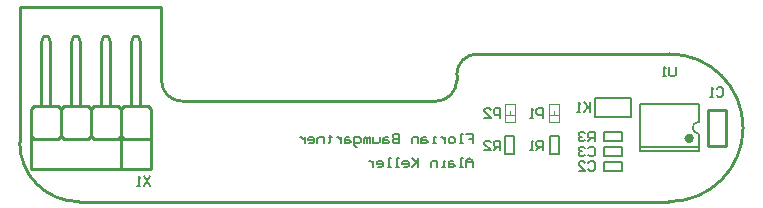
<source format=gbo>
G04*
G04 #@! TF.GenerationSoftware,Altium Limited,Altium Designer,22.2.1 (43)*
G04*
G04 Layer_Color=32896*
%FSLAX44Y44*%
%MOMM*%
G71*
G04*
G04 #@! TF.SameCoordinates,59029D5E-7FE7-4811-848E-3C15E54AA96D*
G04*
G04*
G04 #@! TF.FilePolarity,Positive*
G04*
G01*
G75*
%ADD10C,0.1524*%
%ADD11C,0.2032*%
%ADD12C,0.2540*%
%ADD34C,0.4064*%
%ADD35C,0.1000*%
%ADD36C,0.1270*%
%ADD37C,0.2000*%
D10*
X783476Y-95976D02*
Y-90559D01*
X780768Y-87851D01*
X778059Y-90559D01*
Y-95976D01*
Y-91913D01*
X783476D01*
X775351Y-95976D02*
X772642D01*
X773996D01*
Y-87851D01*
X775351D01*
X767225Y-90559D02*
X764517D01*
X763163Y-91913D01*
Y-95976D01*
X767225D01*
X768579Y-94622D01*
X767225Y-93268D01*
X763163D01*
X760454Y-95976D02*
X757746D01*
X759100D01*
Y-90559D01*
X760454D01*
X753683Y-95976D02*
Y-90559D01*
X749620D01*
X748266Y-91913D01*
Y-95976D01*
X737432Y-87851D02*
Y-95976D01*
Y-93268D01*
X732015Y-87851D01*
X736078Y-91913D01*
X732015Y-95976D01*
X725244D02*
X727953D01*
X729307Y-94622D01*
Y-91913D01*
X727953Y-90559D01*
X725244D01*
X723890Y-91913D01*
Y-93268D01*
X729307D01*
X721181Y-95976D02*
X718473D01*
X719827D01*
Y-87851D01*
X721181D01*
X714410Y-95976D02*
X711702D01*
X713056D01*
Y-87851D01*
X714410D01*
X703577Y-95976D02*
X706285D01*
X707639Y-94622D01*
Y-91913D01*
X706285Y-90559D01*
X703577D01*
X702222Y-91913D01*
Y-93268D01*
X707639D01*
X699514Y-90559D02*
Y-95976D01*
Y-93268D01*
X698160Y-91913D01*
X696805Y-90559D01*
X695451D01*
X778059Y-67642D02*
X783476D01*
Y-71705D01*
X780768D01*
X783476D01*
Y-75767D01*
X775351D02*
X772642D01*
X773996D01*
Y-67642D01*
X775351D01*
X767225Y-75767D02*
X764517D01*
X763163Y-74413D01*
Y-71705D01*
X764517Y-70351D01*
X767225D01*
X768579Y-71705D01*
Y-74413D01*
X767225Y-75767D01*
X760454Y-70351D02*
Y-75767D01*
Y-73059D01*
X759100Y-71705D01*
X757746Y-70351D01*
X756391D01*
X752329Y-75767D02*
X749620D01*
X750975D01*
Y-70351D01*
X752329D01*
X744203D02*
X741495D01*
X740141Y-71705D01*
Y-75767D01*
X744203D01*
X745558Y-74413D01*
X744203Y-73059D01*
X740141D01*
X737432Y-75767D02*
Y-70351D01*
X733370D01*
X732015Y-71705D01*
Y-75767D01*
X721181Y-67642D02*
Y-75767D01*
X717119D01*
X715764Y-74413D01*
Y-73059D01*
X717119Y-71705D01*
X721181D01*
X717119D01*
X715764Y-70351D01*
Y-68996D01*
X717119Y-67642D01*
X721181D01*
X711702Y-70351D02*
X708993D01*
X707639Y-71705D01*
Y-75767D01*
X711702D01*
X713056Y-74413D01*
X711702Y-73059D01*
X707639D01*
X704931Y-70351D02*
Y-74413D01*
X703576Y-75767D01*
X699514D01*
Y-70351D01*
X696805Y-75767D02*
Y-70351D01*
X695451D01*
X694097Y-71705D01*
Y-75767D01*
Y-71705D01*
X692743Y-70351D01*
X691388Y-71705D01*
Y-75767D01*
X685971Y-78476D02*
X684617D01*
X683263Y-77122D01*
Y-70351D01*
X687326D01*
X688680Y-71705D01*
Y-74413D01*
X687326Y-75767D01*
X683263D01*
X679200Y-70351D02*
X676492D01*
X675138Y-71705D01*
Y-75767D01*
X679200D01*
X680555Y-74413D01*
X679200Y-73059D01*
X675138D01*
X672429Y-70351D02*
Y-75767D01*
Y-73059D01*
X671075Y-71705D01*
X669721Y-70351D01*
X668366D01*
X662950Y-68996D02*
Y-70351D01*
X664304D01*
X661595D01*
X662950D01*
Y-74413D01*
X661595Y-75767D01*
X657533D02*
Y-70351D01*
X653470D01*
X652116Y-71705D01*
Y-75767D01*
X645345D02*
X648053D01*
X649407Y-74413D01*
Y-71705D01*
X648053Y-70351D01*
X645345D01*
X643990Y-71705D01*
Y-73059D01*
X649407D01*
X641282Y-70351D02*
Y-75767D01*
Y-73059D01*
X639928Y-71705D01*
X638573Y-70351D01*
X637219D01*
X886771Y-74063D02*
Y-65937D01*
X882708D01*
X881354Y-67292D01*
Y-70000D01*
X882708Y-71354D01*
X886771D01*
X884063D02*
X881354Y-74063D01*
X878646Y-67292D02*
X877291Y-65937D01*
X874583D01*
X873229Y-67292D01*
Y-68646D01*
X874583Y-70000D01*
X875937D01*
X874583D01*
X873229Y-71354D01*
Y-72709D01*
X874583Y-74063D01*
X877291D01*
X878646Y-72709D01*
X842917Y-81563D02*
Y-73437D01*
X838854D01*
X837500Y-74791D01*
Y-77500D01*
X838854Y-78854D01*
X842917D01*
X840209D02*
X837500Y-81563D01*
X834791D02*
X832083D01*
X833437D01*
Y-73437D01*
X834791Y-74791D01*
X510417Y-103437D02*
X505000Y-111563D01*
Y-103437D02*
X510417Y-111563D01*
X502291D02*
X499583D01*
X500937D01*
Y-103437D01*
X502291Y-104792D01*
X955417Y-10937D02*
Y-17708D01*
X954063Y-19063D01*
X951354D01*
X950000Y-17708D01*
Y-10937D01*
X947291Y-19063D02*
X944583D01*
X945937D01*
Y-10937D01*
X947291Y-12292D01*
X806771Y-81563D02*
Y-73437D01*
X802709D01*
X801354Y-74791D01*
Y-77500D01*
X802709Y-78854D01*
X806771D01*
X804063D02*
X801354Y-81563D01*
X793229D02*
X798646D01*
X793229Y-76146D01*
Y-74791D01*
X794583Y-73437D01*
X797291D01*
X798646Y-74791D01*
X806771Y-54063D02*
Y-45937D01*
X802709D01*
X801354Y-47291D01*
Y-50000D01*
X802709Y-51354D01*
X806771D01*
X793229Y-54063D02*
X798646D01*
X793229Y-48646D01*
Y-47291D01*
X794583Y-45937D01*
X797291D01*
X798646Y-47291D01*
X842917Y-54063D02*
Y-45937D01*
X838854D01*
X837500Y-47291D01*
Y-50000D01*
X838854Y-51354D01*
X842917D01*
X834791Y-54063D02*
X832083D01*
X833437D01*
Y-45937D01*
X834791Y-47291D01*
X882917Y-40937D02*
Y-49063D01*
Y-46354D01*
X877500Y-40937D01*
X881563Y-45000D01*
X877500Y-49063D01*
X874791D02*
X872083D01*
X873437D01*
Y-40937D01*
X874791Y-42292D01*
X881354Y-79791D02*
X882708Y-78437D01*
X885417D01*
X886771Y-79791D01*
Y-85208D01*
X885417Y-86563D01*
X882708D01*
X881354Y-85208D01*
X878646Y-79791D02*
X877291Y-78437D01*
X874583D01*
X873229Y-79791D01*
Y-81146D01*
X874583Y-82500D01*
X875937D01*
X874583D01*
X873229Y-83854D01*
Y-85208D01*
X874583Y-86563D01*
X877291D01*
X878646Y-85208D01*
X881354Y-92291D02*
X882708Y-90937D01*
X885417D01*
X886771Y-92291D01*
Y-97708D01*
X885417Y-99063D01*
X882708D01*
X881354Y-97708D01*
X873229Y-99063D02*
X878646D01*
X873229Y-93646D01*
Y-92291D01*
X874583Y-90937D01*
X877291D01*
X878646Y-92291D01*
X990000Y-29792D02*
X991354Y-28437D01*
X994063D01*
X995417Y-29792D01*
Y-35208D01*
X994063Y-36563D01*
X991354D01*
X990000Y-35208D01*
X987291Y-36563D02*
X984583D01*
X985937D01*
Y-28437D01*
X987291Y-29792D01*
D11*
X974828Y-57500D02*
G03*
X974828Y-67500I0J-5000D01*
G01*
X917500Y-53000D02*
Y-37000D01*
X887500Y-53000D02*
X917500D01*
X887500D02*
Y-37000D01*
X917500D01*
X974828Y-82500D02*
Y-67500D01*
Y-57500D02*
Y-42500D01*
D12*
X495814Y14822D02*
X498100D01*
X494290Y10250D02*
X495814Y14822D01*
X494290Y-44360D02*
Y10250D01*
X498100Y14822D02*
X500386D01*
X501910Y10250D01*
Y-44360D02*
Y10250D01*
X470414Y14822D02*
X472700D01*
X468890Y10250D02*
X470414Y14822D01*
X468890Y-44360D02*
Y10250D01*
X472700Y14822D02*
X474986D01*
X476510Y10250D01*
Y-44360D02*
Y10250D01*
X419614Y14822D02*
X421900D01*
X418090Y10250D02*
X419614Y14822D01*
X418090Y-44360D02*
Y10250D01*
X421900Y14822D02*
X424186D01*
X425710Y10250D01*
Y-44360D02*
Y10250D01*
X445014Y14822D02*
X447300D01*
X443490Y10250D02*
X445014Y14822D01*
X443490Y-44360D02*
Y10250D01*
X447300Y14822D02*
X449586D01*
X451110Y10250D01*
Y-44360D02*
Y10250D01*
X485400Y-97700D02*
Y-72300D01*
X411740D02*
X432060D01*
X411740Y-44360D02*
X432060D01*
X409200Y-46900D02*
X411740Y-44360D01*
X409200Y-69760D02*
X411740Y-72300D01*
X437140D02*
X457460D01*
X462540D02*
X482860D01*
X487940D02*
X510800D01*
X437140Y-44360D02*
X457460D01*
X462540D02*
X482860D01*
X487940D02*
X508260D01*
X510800Y-46900D01*
Y-72300D02*
Y-46900D01*
Y-97700D02*
Y-72300D01*
X409200Y-97700D02*
X510800D01*
X434600Y-69760D02*
X437140Y-72300D01*
X434600Y-69760D02*
Y-46900D01*
X437140Y-44360D01*
X432060Y-72300D02*
X434600Y-69760D01*
Y-46900D01*
X432060Y-44360D02*
X434600Y-46900D01*
X460000Y-69760D02*
X462540Y-72300D01*
X460000Y-69760D02*
Y-46900D01*
X462540Y-44360D01*
X457460Y-72300D02*
X460000Y-69760D01*
Y-46900D01*
X457460Y-44360D02*
X460000Y-46900D01*
X482860Y-44360D02*
X485400Y-46900D01*
Y-69760D02*
Y-46900D01*
X482860Y-72300D02*
X485400Y-69760D01*
Y-46900D02*
X487940Y-44360D01*
X485400Y-69760D02*
Y-46900D01*
Y-69760D02*
X487940Y-72300D01*
X409200Y-69760D02*
Y-46900D01*
Y-97700D02*
Y-69760D01*
X982380Y-77740D02*
Y-47260D01*
Y-77740D02*
X997620D01*
Y-47260D01*
X982380D02*
X997620D01*
X787500Y0D02*
G03*
X770000Y-17500I0J-17500D01*
G01*
X752500Y-40000D02*
G03*
X770000Y-22500I0J17500D01*
G01*
X520000D02*
G03*
X537500Y-40000I17500J0D01*
G01*
X400000Y-75000D02*
G03*
X450000Y-125000I50000J0D01*
G01*
X950000D02*
G03*
X950000Y0I0J62500D01*
G01*
X770000Y-22500D02*
Y-17500D01*
X537500Y-40000D02*
X752500D01*
X787500Y0D02*
X950000D01*
X520000Y-22500D02*
Y40000D01*
X400000Y-75000D02*
Y40000D01*
X450000Y-125000D02*
X950000D01*
X400000Y40000D02*
X520000D01*
D34*
X968733Y-71500D02*
G03*
X968733Y-71500I-1905J0D01*
G01*
D35*
X815000Y-51500D02*
Y-48000D01*
X811000Y-51500D02*
X819000D01*
X811000Y-58000D02*
Y-42000D01*
Y-58000D02*
X819000D01*
X811000Y-42000D02*
X819000D01*
Y-58000D02*
Y-42000D01*
X852500Y-51500D02*
Y-48000D01*
X848500Y-51500D02*
X856500D01*
X848500Y-58000D02*
Y-42000D01*
Y-58000D02*
X856500D01*
X848500Y-42000D02*
X856500D01*
Y-58000D02*
Y-42000D01*
D36*
X818810Y-85120D02*
Y-69880D01*
X811190D02*
X818810D01*
X811190Y-85120D02*
X818810D01*
X811190D02*
Y-69880D01*
X856310Y-85120D02*
Y-69880D01*
X848690D02*
X856310D01*
X848690Y-85120D02*
X856310D01*
X848690D02*
Y-69880D01*
X894880Y-91190D02*
X910120D01*
X894880Y-98810D02*
Y-91190D01*
X910120Y-98810D02*
Y-91190D01*
X894880Y-98810D02*
X910120D01*
X894880Y-78690D02*
X910120D01*
X894880Y-86310D02*
Y-78690D01*
X910120Y-86310D02*
Y-78690D01*
X894880Y-86310D02*
X910120D01*
X894880Y-66190D02*
X910120D01*
X894880Y-73810D02*
Y-66190D01*
X910120Y-73810D02*
Y-66190D01*
X894880Y-73810D02*
X910120D01*
D37*
X924828Y-78750D02*
X974828D01*
X924828Y-42500D02*
X974828D01*
X924828Y-82500D02*
Y-42500D01*
Y-82500D02*
X974828D01*
M02*

</source>
